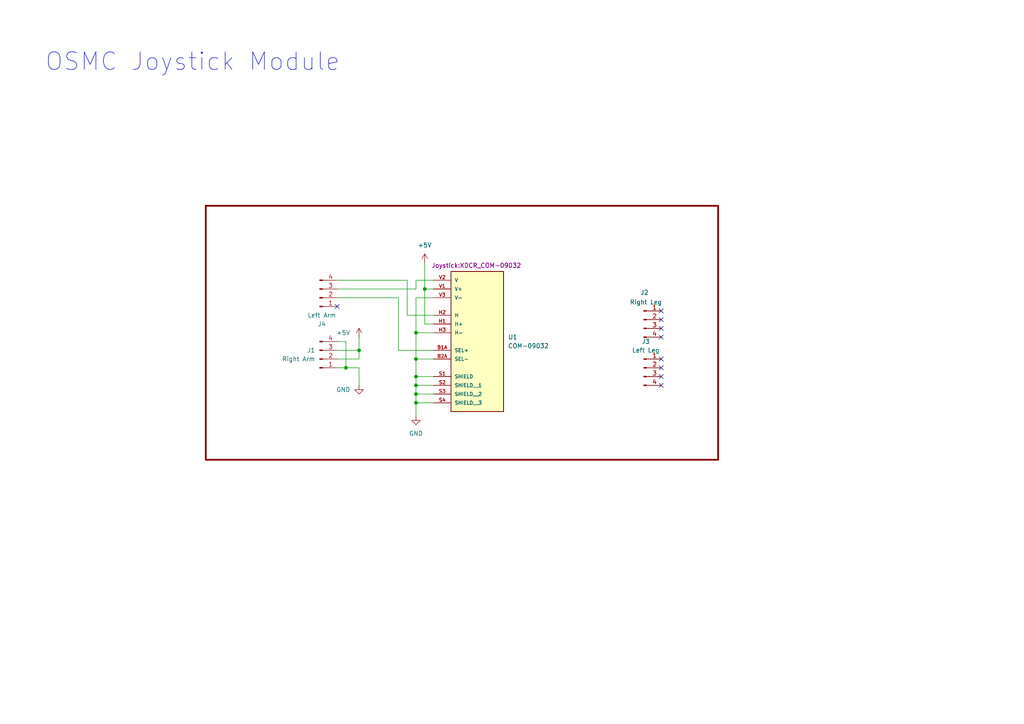
<source format=kicad_sch>
(kicad_sch (version 20250114) (generator "eeschema") (generator_version "9.0")
  (paper "A4")
  (title_block (title "OSMC Joystick Module") (date "2025-10-08") (rev "1") (company "OSHE"))
  (lib_symbols
    (symbol "Connector:Conn_01x04_Pin" (pin_names (offset 1.016) (hide yes))
      (property "Reference" "J" (at 0 5.08 0))
      (property "Value" "Conn_01x04_Pin" (at 0 -7.62 0))
      (symbol "Conn_01x04_Pin_1_1"
        (rectangle (start 0.8636 2.667) (end 0 2.413) (stroke (width 0.1524)) (fill (type outline)))
        (rectangle (start 0.8636 0.127) (end 0 -0.127) (stroke (width 0.1524)) (fill (type outline)))
        (rectangle (start 0.8636 -2.413) (end 0 -2.667) (stroke (width 0.1524)) (fill (type outline)))
        (rectangle (start 0.8636 -4.953) (end 0 -5.207) (stroke (width 0.1524)) (fill (type outline)))
        (polyline (pts (xy 1.27 2.54) (xy 0.8636 2.54)) (stroke (width 0.1524)))
        (polyline (pts (xy 1.27 0) (xy 0.8636 0)) (stroke (width 0.1524)))
        (polyline (pts (xy 1.27 -2.54) (xy 0.8636 -2.54)) (stroke (width 0.1524)))
        (polyline (pts (xy 1.27 -5.08) (xy 0.8636 -5.08)) (stroke (width 0.1524)))
        (pin passive line (at 5.08 2.54 180) (length 3.81) (name "Pin_1") (number "1"))
        (pin passive line (at 5.08 0 180) (length 3.81) (name "Pin_2") (number "2"))
        (pin passive line (at 5.08 -2.54 180) (length 3.81) (name "Pin_3") (number "3"))
        (pin passive line (at 5.08 -5.08 180) (length 3.81) (name "Pin_4") (number "4"))
      )
    )
    (symbol "Joystick:COM-09032" (pin_names (offset 1.016))
      (property "Reference" "U" (at -7.62 16.002 0))
      (property "Value" "COM-09032" (at -7.62 -27.94 0))
      (symbol "COM-09032_0_0"
        (rectangle (start -7.62 -25.4) (end 7.62 15.24) (stroke (width 0.254)) (fill (type background)))
        (pin passive line (at -12.7 12.7 0) (length 5.08) (name "V") (number "V2"))
        (pin passive line (at -12.7 10.16 0) (length 5.08) (name "V+") (number "V1"))
        (pin passive line (at -12.7 7.62 0) (length 5.08) (name "V-") (number "V3"))
        (pin passive line (at -12.7 2.54 0) (length 5.08) (name "H") (number "H2"))
        (pin passive line (at -12.7 0 0) (length 5.08) (name "H+") (number "H1"))
        (pin passive line (at -12.7 -2.54 0) (length 5.08) (name "H-") (number "H3"))
        (pin passive line (at -12.7 -7.62 0) (length 5.08) (name "SEL+") (number "B1A"))
        (pin passive line (at -12.7 -10.16 0) (length 5.08) (name "SEL-") (number "B2A"))
        (pin passive line (at -12.7 -15.24 0) (length 5.08) (name "SHIELD") (number "S1"))
        (pin passive line (at -12.7 -17.78 0) (length 5.08) (name "SHIELD__1") (number "S2"))
        (pin passive line (at -12.7 -20.32 0) (length 5.08) (name "SHIELD__2") (number "S3"))
        (pin passive line (at -12.7 -22.86 0) (length 5.08) (name "SHIELD__3") (number "S4"))
      )
    )
    (symbol "power:+5V" (power) (pin_numbers (hide yes)) (pin_names (offset 0) (hide yes))
      (property "Value" "+5V" (at 0 3.556 0))
      (symbol "+5V_0_1"
        (polyline (pts (xy -0.762 1.27) (xy 0 2.54)))
        (polyline (pts (xy 0 2.54) (xy 0.762 1.27)))
        (polyline (pts (xy 0 0) (xy 0 2.54)))
      )
      (symbol "+5V_1_1"
        (pin power_in line (at 0 0 90) (length 0) (name "~") (number "1"))
      )
    )
    (symbol "power:GND" (power) (pin_numbers (hide yes)) (pin_names (offset 0) (hide yes))
      (property "Value" "GND" (at 0 -3.81 0))
      (symbol "GND_0_1"
        (polyline (pts (xy 0 0) (xy 0 -1.27) (xy 1.27 -1.27) (xy 0 -2.54) (xy -1.27 -1.27) (xy 0 -1.27)))
      )
      (symbol "GND_1_1"
        (pin power_in line (at 0 0 270) (length 0) (name "~") (number "1"))
      )
    )
  )
  (rectangle (start 59.69 59.69) (end 208.28 133.35) (stroke (width 0.508) (color 132 0 0 1)))
  (text "OSMC Joystick Module" (at 55.88 18.034 0) (effects (font (size 5.08 5.08))))
  (junction (at 120.65 116.84))
  (junction (at 120.65 96.52))
  (junction (at 120.65 114.3))
  (junction (at 123.19 83.82))
  (junction (at 100.33 106.68))
  (junction (at 104.14 101.6))
  (junction (at 120.65 111.76))
  (junction (at 120.65 109.22))
  (junction (at 120.65 104.14))
  (no_connect (at 191.77 104.14))
  (no_connect (at 191.77 90.17))
  (no_connect (at 191.77 95.25))
  (no_connect (at 191.77 109.22))
  (no_connect (at 191.77 106.68))
  (no_connect (at 191.77 92.71))
  (no_connect (at 97.79 88.9))
  (no_connect (at 191.77 97.79))
  (no_connect (at 191.77 111.76))
  (wire (pts (xy 104.14 101.6) (xy 104.14 104.14)))
  (wire (pts (xy 120.65 116.84) (xy 120.65 120.65)))
  (wire (pts (xy 97.79 101.6) (xy 104.14 101.6)))
  (wire (pts (xy 97.79 104.14) (xy 104.14 104.14)))
  (wire (pts (xy 115.57 101.6) (xy 115.57 86.36)))
  (wire (pts (xy 120.65 83.82) (xy 97.79 83.82)))
  (wire (pts (xy 97.79 99.06) (xy 100.33 99.06)))
  (wire (pts (xy 123.19 83.82) (xy 125.73 83.82)))
  (wire (pts (xy 123.19 76.2) (xy 123.19 83.82)))
  (wire (pts (xy 120.65 104.14) (xy 125.73 104.14)))
  (wire (pts (xy 97.79 106.68) (xy 100.33 106.68)))
  (wire (pts (xy 120.65 109.22) (xy 125.73 109.22)))
  (wire (pts (xy 125.73 91.44) (xy 118.11 91.44)))
  (wire (pts (xy 120.65 96.52) (xy 125.73 96.52)))
  (wire (pts (xy 120.65 111.76) (xy 125.73 111.76)))
  (wire (pts (xy 125.73 93.98) (xy 123.19 93.98)))
  (wire (pts (xy 97.79 81.28) (xy 118.11 81.28)))
  (wire (pts (xy 104.14 106.68) (xy 104.14 111.76)))
  (wire (pts (xy 120.65 86.36) (xy 120.65 96.52)))
  (wire (pts (xy 125.73 86.36) (xy 120.65 86.36)))
  (wire (pts (xy 125.73 81.28) (xy 120.65 81.28)))
  (wire (pts (xy 120.65 109.22) (xy 120.65 111.76)))
  (wire (pts (xy 118.11 81.28) (xy 118.11 91.44)))
  (wire (pts (xy 120.65 104.14) (xy 120.65 109.22)))
  (wire (pts (xy 120.65 111.76) (xy 120.65 114.3)))
  (wire (pts (xy 100.33 106.68) (xy 104.14 106.68)))
  (wire (pts (xy 97.79 86.36) (xy 115.57 86.36)))
  (wire (pts (xy 104.14 97.79) (xy 104.14 101.6)))
  (wire (pts (xy 120.65 114.3) (xy 125.73 114.3)))
  (wire (pts (xy 120.65 116.84) (xy 125.73 116.84)))
  (wire (pts (xy 123.19 93.98) (xy 123.19 83.82)))
  (wire (pts (xy 120.65 81.28) (xy 120.65 83.82)))
  (wire (pts (xy 120.65 114.3) (xy 120.65 116.84)))
  (wire (pts (xy 125.73 101.6) (xy 115.57 101.6)))
  (wire (pts (xy 120.65 96.52) (xy 120.65 104.14)))
  (wire (pts (xy 100.33 99.06) (xy 100.33 106.68)))
  (symbol (lib_id "power:+5V") (at 104.14 97.79 0) (mirror y) (unit 1)
    (property "Reference" "#PWR03" (effects (hide yes)))
    (property "Value" "+5V" (at 101.6 96.5199 0) (effects (justify left)))
    (property "Description" "Power symbol creates a global label with name \"+5V\"" (effects (hide yes)))
  )
  (symbol (lib_id "Connector:Conn_01x04_Pin") (at 92.71 104.14 0) (mirror x) (unit 1)
    (property "Reference" "J1" (at 91.44 101.5999 0) (effects (justify right)))
    (property "Value" "Right Arm" (at 91.44 104.1399 0) (effects (justify right)))
    (property "Footprint" "Connector_PinHeader_2.54mm:PinHeader_1x04_P2.54mm_Vertical" (effects (hide yes)))
    (property "Description" "Generic connector, single row, 01x04, script generated" (effects (hide yes)))
  )
  (symbol (lib_id "Joystick:COM-09032") (at 138.43 93.98 0) (unit 1)
    (property "Reference" "U1" (at 147.32 97.7899 0) (effects (justify left)))
    (property "Value" "COM-09032" (at 147.32 100.3299 0) (effects (justify left)))
    (property "Footprint" "Joystick:XDCR_COM-09032" (at 138.176 77.724 0) (effects (justify bottom)))
    (property "PARTREV" "N/A" (effects (hide yes)))
    (property "STANDARD" "Manufacturer Recommendations" (effects (hide yes)))
    (property "MAXIMUM_PACKAGE_HEIGHT" "30.1mm" (effects (hide yes)))
    (property "MANUFACTURER" "SparkFun Electronics" (effects (hide yes)))
  )
  (symbol (lib_id "power:GND") (at 104.14 111.76 0) (mirror y) (unit 1)
    (property "Reference" "#PWR04" (effects (hide yes)))
    (property "Value" "GND" (at 101.6 113.0299 0) (effects (justify left)))
    (property "Description" "Power symbol creates a global label with name \"GND\" , ground" (effects (hide yes)))
  )
  (symbol (lib_id "Connector:Conn_01x04_Pin") (at 92.71 86.36 0) (mirror x) (unit 1)
    (property "Reference" "J4" (at 93.345 93.98 0))
    (property "Value" "Left Arm" (at 93.345 91.44 0))
    (property "Footprint" "Connector_PinHeader_2.54mm:PinHeader_1x04_P2.54mm_Vertical" (effects (hide yes)))
    (property "Description" "Generic connector, single row, 01x04, script generated" (effects (hide yes)))
  )
  (symbol (lib_id "power:+5V") (at 123.19 76.2 0) (unit 1)
    (property "Reference" "#PWR02" (effects (hide yes)))
    (property "Value" "+5V" (at 123.19 71.12 0))
    (property "Description" "Power symbol creates a global label with name \"+5V\"" (effects (hide yes)))
  )
  (symbol (lib_id "Connector:Conn_01x04_Pin") (at 186.69 106.68 0) (unit 1)
    (property "Reference" "J3" (at 187.325 99.06 0))
    (property "Value" "Left Leg" (at 187.325 101.6 0))
    (property "Footprint" "Connector_PinHeader_2.54mm:PinHeader_1x04_P2.54mm_Vertical" (effects (hide yes)))
    (property "Description" "Generic connector, single row, 01x04, script generated" (effects (hide yes)))
  )
  (symbol (lib_id "power:GND") (at 120.65 120.65 0) (unit 1)
    (property "Reference" "#PWR01" (effects (hide yes)))
    (property "Value" "GND" (at 120.65 125.73 0))
    (property "Description" "Power symbol creates a global label with name \"GND\" , ground" (effects (hide yes)))
  )
  (symbol (lib_id "Connector:Conn_01x04_Pin") (at 186.69 92.71 0) (unit 1)
    (property "Reference" "J2" (at 186.944 84.836 0))
    (property "Value" "Right Leg" (at 187.325 87.63 0))
    (property "Footprint" "Connector_PinHeader_2.54mm:PinHeader_1x04_P2.54mm_Vertical" (effects (hide yes)))
    (property "Description" "Generic connector, single row, 01x04, script generated" (effects (hide yes)))
  )
)
</source>
